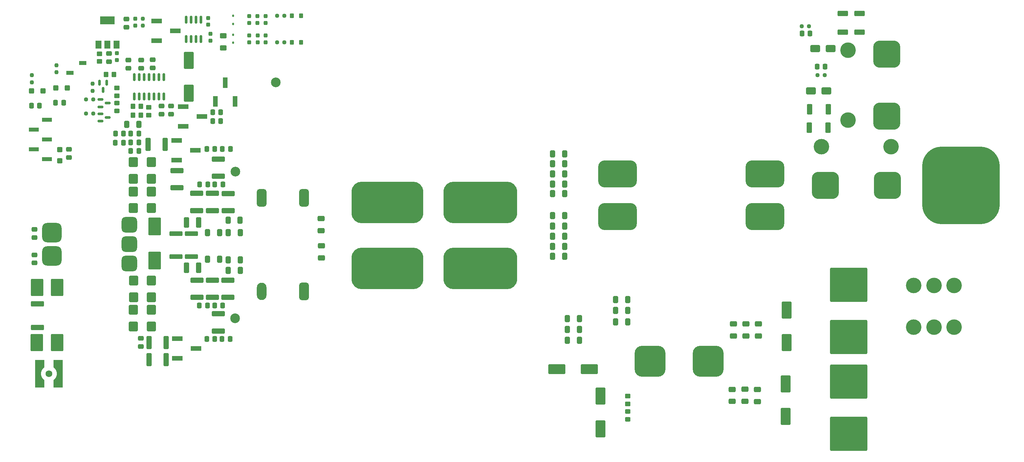
<source format=gbr>
%TF.GenerationSoftware,KiCad,Pcbnew,8.0.4-8.0.4-0~ubuntu22.04.1*%
%TF.CreationDate,2024-09-01T09:55:56+02:00*%
%TF.ProjectId,Forte_PA_Deck,466f7274-655f-4504-915f-4465636b2e6b,1.0*%
%TF.SameCoordinates,Original*%
%TF.FileFunction,Paste,Top*%
%TF.FilePolarity,Positive*%
%FSLAX46Y46*%
G04 Gerber Fmt 4.6, Leading zero omitted, Abs format (unit mm)*
G04 Created by KiCad (PCBNEW 8.0.4-8.0.4-0~ubuntu22.04.1) date 2024-09-01 09:55:56*
%MOMM*%
%LPD*%
G01*
G04 APERTURE LIST*
G04 Aperture macros list*
%AMRoundRect*
0 Rectangle with rounded corners*
0 $1 Rounding radius*
0 $2 $3 $4 $5 $6 $7 $8 $9 X,Y pos of 4 corners*
0 Add a 4 corners polygon primitive as box body*
4,1,4,$2,$3,$4,$5,$6,$7,$8,$9,$2,$3,0*
0 Add four circle primitives for the rounded corners*
1,1,$1+$1,$2,$3*
1,1,$1+$1,$4,$5*
1,1,$1+$1,$6,$7*
1,1,$1+$1,$8,$9*
0 Add four rect primitives between the rounded corners*
20,1,$1+$1,$2,$3,$4,$5,0*
20,1,$1+$1,$4,$5,$6,$7,0*
20,1,$1+$1,$6,$7,$8,$9,0*
20,1,$1+$1,$8,$9,$2,$3,0*%
%AMFreePoly0*
4,1,25,-1.500000,1.420000,-1.360000,1.280000,-1.205000,1.155000,-1.035000,1.045000,-0.860000,0.950000,-0.675000,0.875000,-0.480000,0.820000,-0.280000,0.780000,-0.085000,0.765000,0.085000,0.765000,0.280000,0.780000,0.480000,0.820000,0.675000,0.875000,0.860000,0.950000,1.035000,1.045000,1.205000,1.155000,1.360000,1.280000,1.500000,1.420000,1.645000,1.595000,3.555000,1.595000,
3.555000,-0.755000,-3.555000,-0.755000,-3.555000,1.595000,-1.645000,1.595000,-1.500000,1.420000,-1.500000,1.420000,$1*%
G04 Aperture macros list end*
%ADD10RoundRect,0.150000X-0.150000X0.587500X-0.150000X-0.587500X0.150000X-0.587500X0.150000X0.587500X0*%
%ADD11RoundRect,0.150000X-0.587500X-0.150000X0.587500X-0.150000X0.587500X0.150000X-0.587500X0.150000X0*%
%ADD12RoundRect,0.250000X0.625000X-0.400000X0.625000X0.400000X-0.625000X0.400000X-0.625000X-0.400000X0*%
%ADD13RoundRect,0.250000X-0.350000X-0.450000X0.350000X-0.450000X0.350000X0.450000X-0.350000X0.450000X0*%
%ADD14RoundRect,0.250000X-1.425000X0.362500X-1.425000X-0.362500X1.425000X-0.362500X1.425000X0.362500X0*%
%ADD15RoundRect,0.250000X0.900000X-1.000000X0.900000X1.000000X-0.900000X1.000000X-0.900000X-1.000000X0*%
%ADD16RoundRect,0.250000X-0.337500X-0.475000X0.337500X-0.475000X0.337500X0.475000X-0.337500X0.475000X0*%
%ADD17RoundRect,0.112500X-0.112500X0.187500X-0.112500X-0.187500X0.112500X-0.187500X0.112500X0.187500X0*%
%ADD18RoundRect,0.250000X0.337500X0.475000X-0.337500X0.475000X-0.337500X-0.475000X0.337500X-0.475000X0*%
%ADD19RoundRect,0.250000X-0.650000X0.412500X-0.650000X-0.412500X0.650000X-0.412500X0.650000X0.412500X0*%
%ADD20C,4.000000*%
%ADD21R,2.510000X1.000000*%
%ADD22R,2.790000X1.190000*%
%ADD23RoundRect,0.237500X-0.237500X0.300000X-0.237500X-0.300000X0.237500X-0.300000X0.237500X0.300000X0*%
%ADD24RoundRect,1.750000X-1.750000X-1.750000X1.750000X-1.750000X1.750000X1.750000X-1.750000X1.750000X0*%
%ADD25RoundRect,0.250000X-0.450000X0.350000X-0.450000X-0.350000X0.450000X-0.350000X0.450000X0.350000X0*%
%ADD26RoundRect,0.249999X0.450001X1.075001X-0.450001X1.075001X-0.450001X-1.075001X0.450001X-1.075001X0*%
%ADD27RoundRect,0.249999X1.425001X-0.450001X1.425001X0.450001X-1.425001X0.450001X-1.425001X-0.450001X0*%
%ADD28RoundRect,0.250000X1.950000X1.000000X-1.950000X1.000000X-1.950000X-1.000000X1.950000X-1.000000X0*%
%ADD29RoundRect,0.237500X-0.250000X-0.237500X0.250000X-0.237500X0.250000X0.237500X-0.250000X0.237500X0*%
%ADD30RoundRect,0.250000X-1.000000X1.950000X-1.000000X-1.950000X1.000000X-1.950000X1.000000X1.950000X0*%
%ADD31RoundRect,0.250000X-0.475000X0.337500X-0.475000X-0.337500X0.475000X-0.337500X0.475000X0.337500X0*%
%ADD32RoundRect,0.250000X0.400000X0.450000X-0.400000X0.450000X-0.400000X-0.450000X0.400000X-0.450000X0*%
%ADD33RoundRect,0.250000X-0.412500X-0.650000X0.412500X-0.650000X0.412500X0.650000X-0.412500X0.650000X0*%
%ADD34RoundRect,0.250000X-1.450000X0.400000X-1.450000X-0.400000X1.450000X-0.400000X1.450000X0.400000X0*%
%ADD35RoundRect,0.150000X0.150000X-0.825000X0.150000X0.825000X-0.150000X0.825000X-0.150000X-0.825000X0*%
%ADD36R,1.190000X2.790000*%
%ADD37RoundRect,0.250000X-1.000000X-0.650000X1.000000X-0.650000X1.000000X0.650000X-1.000000X0.650000X0*%
%ADD38C,2.500000*%
%ADD39RoundRect,0.250000X-1.350000X-1.975000X1.350000X-1.975000X1.350000X1.975000X-1.350000X1.975000X0*%
%ADD40RoundRect,0.250000X1.450000X-0.400000X1.450000X0.400000X-1.450000X0.400000X-1.450000X-0.400000X0*%
%ADD41R,1.500000X2.000000*%
%ADD42R,3.800000X2.000000*%
%ADD43RoundRect,0.250000X1.400000X2.000000X-1.400000X2.000000X-1.400000X-2.000000X1.400000X-2.000000X0*%
%ADD44RoundRect,0.625000X0.625000X1.625000X-0.625000X1.625000X-0.625000X-1.625000X0.625000X-1.625000X0*%
%ADD45O,2.500000X4.500000*%
%ADD46RoundRect,0.250000X-0.400000X-1.450000X0.400000X-1.450000X0.400000X1.450000X-0.400000X1.450000X0*%
%ADD47RoundRect,0.237500X0.237500X-0.300000X0.237500X0.300000X-0.237500X0.300000X-0.237500X-0.300000X0*%
%ADD48RoundRect,0.250000X0.650000X-0.412500X0.650000X0.412500X-0.650000X0.412500X-0.650000X-0.412500X0*%
%ADD49RoundRect,2.687500X-6.562500X2.687500X-6.562500X-2.687500X6.562500X-2.687500X6.562500X2.687500X0*%
%ADD50RoundRect,2.687500X-6.812500X2.687500X-6.812500X-2.687500X6.812500X-2.687500X6.812500X2.687500X0*%
%ADD51RoundRect,2.687500X6.562500X-2.687500X6.562500X2.687500X-6.562500X2.687500X-6.562500X-2.687500X0*%
%ADD52RoundRect,2.687500X6.812500X-2.687500X6.812500X2.687500X-6.812500X2.687500X-6.812500X-2.687500X0*%
%ADD53RoundRect,0.250000X0.412500X0.650000X-0.412500X0.650000X-0.412500X-0.650000X0.412500X-0.650000X0*%
%ADD54RoundRect,1.250000X-1.250000X-1.250000X1.250000X-1.250000X1.250000X1.250000X-1.250000X1.250000X0*%
%ADD55RoundRect,1.000000X-1.000000X-1.000000X1.000000X-1.000000X1.000000X1.000000X-1.000000X1.000000X0*%
%ADD56RoundRect,0.250000X-0.900000X1.000000X-0.900000X-1.000000X0.900000X-1.000000X0.900000X1.000000X0*%
%ADD57C,1.730000*%
%ADD58FreePoly0,270.000000*%
%ADD59FreePoly0,90.000000*%
%ADD60RoundRect,0.237500X0.250000X0.237500X-0.250000X0.237500X-0.250000X-0.237500X0.250000X-0.237500X0*%
%ADD61RoundRect,0.250000X1.000000X0.650000X-1.000000X0.650000X-1.000000X-0.650000X1.000000X-0.650000X0*%
%ADD62RoundRect,0.249999X-1.075001X0.450001X-1.075001X-0.450001X1.075001X-0.450001X1.075001X0.450001X0*%
%ADD63RoundRect,0.249999X4.550001X-4.150001X4.550001X4.150001X-4.550001X4.150001X-4.550001X-4.150001X0*%
%ADD64RoundRect,0.250000X0.475000X-0.337500X0.475000X0.337500X-0.475000X0.337500X-0.475000X-0.337500X0*%
%ADD65RoundRect,1.750000X-1.750000X1.750000X-1.750000X-1.750000X1.750000X-1.750000X1.750000X1.750000X0*%
%ADD66RoundRect,0.250000X0.275000X0.350000X-0.275000X0.350000X-0.275000X-0.350000X0.275000X-0.350000X0*%
%ADD67RoundRect,0.250000X-0.412500X-1.100000X0.412500X-1.100000X0.412500X1.100000X-0.412500X1.100000X0*%
%ADD68RoundRect,0.237500X-0.237500X0.250000X-0.237500X-0.250000X0.237500X-0.250000X0.237500X0.250000X0*%
%ADD69RoundRect,0.250000X1.000000X-1.950000X1.000000X1.950000X-1.000000X1.950000X-1.000000X-1.950000X0*%
%ADD70RoundRect,0.250000X0.400000X1.450000X-0.400000X1.450000X-0.400000X-1.450000X0.400000X-1.450000X0*%
%ADD71RoundRect,2.000000X2.000000X2.000000X-2.000000X2.000000X-2.000000X-2.000000X2.000000X-2.000000X0*%
%ADD72R,1.900000X1.000000*%
%ADD73RoundRect,0.250000X0.450000X-0.400000X0.450000X0.400000X-0.450000X0.400000X-0.450000X-0.400000X0*%
%ADD74RoundRect,0.625000X-0.625000X-1.625000X0.625000X-1.625000X0.625000X1.625000X-0.625000X1.625000X0*%
%ADD75RoundRect,0.250000X0.450000X-0.350000X0.450000X0.350000X-0.450000X0.350000X-0.450000X-0.350000X0*%
%ADD76RoundRect,1.500000X-1.500000X-2.000000X1.500000X-2.000000X1.500000X2.000000X-1.500000X2.000000X0*%
%ADD77RoundRect,5.000000X-5.000000X-5.000000X5.000000X-5.000000X5.000000X5.000000X-5.000000X5.000000X0*%
%ADD78RoundRect,0.112500X0.112500X-0.187500X0.112500X0.187500X-0.112500X0.187500X-0.112500X-0.187500X0*%
%ADD79RoundRect,0.250000X0.450000X-0.325000X0.450000X0.325000X-0.450000X0.325000X-0.450000X-0.325000X0*%
%ADD80RoundRect,0.249999X-4.550001X4.150001X-4.550001X-4.150001X4.550001X-4.150001X4.550001X4.150001X0*%
%ADD81RoundRect,1.750000X-3.250000X1.750000X-3.250000X-1.750000X3.250000X-1.750000X3.250000X1.750000X0*%
G04 APERTURE END LIST*
D10*
%TO.C,Q5*%
X48650000Y-54100000D03*
X46750000Y-54100000D03*
X47700000Y-55975000D03*
%TD*%
D11*
%TO.C,Q4*%
X47025000Y-62150000D03*
X47025000Y-64050000D03*
X48900000Y-63100000D03*
%TD*%
%TO.C,Q3*%
X47025000Y-58450000D03*
X47025000Y-60350000D03*
X48900000Y-59400000D03*
%TD*%
D12*
%TO.C,R20*%
X78700000Y-45150000D03*
X78700000Y-42050000D03*
%TD*%
D13*
%TO.C,R33*%
X55450000Y-62500000D03*
X57450000Y-62500000D03*
%TD*%
D14*
%TO.C,R5*%
X66500000Y-93037500D03*
X66500000Y-98962500D03*
%TD*%
D15*
%TO.C,D7*%
X60150000Y-86500000D03*
X60150000Y-82200000D03*
%TD*%
D16*
%TO.C,R39*%
X78462500Y-71250000D03*
X80537500Y-71250000D03*
%TD*%
D17*
%TO.C,D16*%
X81229200Y-36872200D03*
X81229200Y-38972200D03*
%TD*%
D18*
%TO.C,C43*%
X230018500Y-41452800D03*
X227943500Y-41452800D03*
%TD*%
D19*
%TO.C,R6*%
X216450000Y-133287500D03*
X216450000Y-136412500D03*
%TD*%
D20*
%TO.C,J3*%
X256790000Y-106400000D03*
X256790000Y-117200000D03*
X262000000Y-106400000D03*
X262000000Y-117200000D03*
X267210000Y-106400000D03*
X267210000Y-117200000D03*
%TD*%
D21*
%TO.C,J5*%
X33200000Y-73870000D03*
X29890000Y-71330000D03*
X33200000Y-68790000D03*
X29890000Y-66250000D03*
X33200000Y-63710000D03*
%TD*%
D22*
%TO.C,RV5*%
X66870000Y-120160000D03*
X71700000Y-122700000D03*
X66870000Y-125240000D03*
%TD*%
D23*
%TO.C,C45*%
X75400000Y-41537500D03*
X75400000Y-43262500D03*
%TD*%
%TO.C,C51*%
X89662000Y-36959200D03*
X89662000Y-38684200D03*
%TD*%
D24*
%TO.C,L5*%
X249850000Y-62750000D03*
X249850000Y-46750000D03*
D20*
X239850000Y-45750000D03*
X239850000Y-63750000D03*
%TD*%
D25*
%TO.C,R34*%
X59475000Y-60500000D03*
X59475000Y-62500000D03*
%TD*%
D18*
%TO.C,C65*%
X52987500Y-67250000D03*
X50912500Y-67250000D03*
%TD*%
D26*
%TO.C,R21*%
X234650000Y-65750000D03*
X229850000Y-65750000D03*
%TD*%
D27*
%TO.C,R2*%
X30750000Y-117250000D03*
X30750000Y-111150000D03*
%TD*%
D28*
%TO.C,C10*%
X173150000Y-128000000D03*
X164750000Y-128000000D03*
%TD*%
D29*
%TO.C,R25*%
X92612200Y-36856500D03*
X94437200Y-36856500D03*
%TD*%
D30*
%TO.C,C53*%
X69800000Y-48400000D03*
X69800000Y-56800000D03*
%TD*%
D31*
%TO.C,C39*%
X49250000Y-46612500D03*
X49250000Y-48687500D03*
%TD*%
D32*
%TO.C,D12*%
X32200000Y-56250000D03*
X29300000Y-56250000D03*
%TD*%
D33*
%TO.C,C28*%
X163635000Y-77620000D03*
X166760000Y-77620000D03*
%TD*%
D34*
%TO.C,R41*%
X77450000Y-73825000D03*
X77450000Y-78275000D03*
%TD*%
D35*
%TO.C,U3*%
X55800000Y-57650000D03*
X57070000Y-57650000D03*
X58340000Y-57650000D03*
X59610000Y-57650000D03*
X60880000Y-57650000D03*
X62150000Y-57650000D03*
X63420000Y-57650000D03*
X63420000Y-52700000D03*
X62150000Y-52700000D03*
X60880000Y-52700000D03*
X59610000Y-52700000D03*
X58340000Y-52700000D03*
X57070000Y-52700000D03*
X55800000Y-52700000D03*
%TD*%
D16*
%TO.C,C61*%
X75962500Y-61750000D03*
X78037500Y-61750000D03*
%TD*%
D34*
%TO.C,R43*%
X75900000Y-82675000D03*
X75900000Y-87125000D03*
%TD*%
D33*
%TO.C,C20*%
X179882500Y-110100000D03*
X183007500Y-110100000D03*
%TD*%
D18*
%TO.C,C64*%
X52950000Y-69575000D03*
X50875000Y-69575000D03*
%TD*%
D32*
%TO.C,D13*%
X38450000Y-55500000D03*
X35550000Y-55500000D03*
%TD*%
D36*
%TO.C,RV3*%
X76660000Y-58915000D03*
X79200000Y-54085000D03*
X81740000Y-58915000D03*
%TD*%
D22*
%TO.C,RV4*%
X66650000Y-69020000D03*
X71480000Y-71560000D03*
X66650000Y-74100000D03*
%TD*%
D37*
%TO.C,D14*%
X231325000Y-45300000D03*
X235325000Y-45300000D03*
%TD*%
D38*
%TO.C,TH1*%
X92210000Y-54000000D03*
%TD*%
D39*
%TO.C,R3*%
X30674000Y-106934000D03*
X35874000Y-106934000D03*
%TD*%
D33*
%TO.C,C29*%
X163637500Y-82750000D03*
X166762500Y-82750000D03*
%TD*%
D40*
%TO.C,R47*%
X75900000Y-109525000D03*
X75900000Y-105075000D03*
%TD*%
D41*
%TO.C,U1*%
X46550000Y-44325000D03*
X48850000Y-44325000D03*
D42*
X48850000Y-38025000D03*
D41*
X51150000Y-44325000D03*
%TD*%
D35*
%TO.C,U2*%
X69140000Y-42825000D03*
X70410000Y-42825000D03*
X71680000Y-42825000D03*
X72950000Y-42825000D03*
X72950000Y-37875000D03*
X71680000Y-37875000D03*
X70410000Y-37875000D03*
X69140000Y-37875000D03*
%TD*%
D22*
%TO.C,RV2*%
X68335000Y-60300000D03*
X73165000Y-62840000D03*
X68335000Y-65380000D03*
%TD*%
D33*
%TO.C,R10*%
X79987500Y-99800000D03*
X83112500Y-99800000D03*
%TD*%
D38*
%TO.C,TH3*%
X81750000Y-114900000D03*
%TD*%
D15*
%TO.C,D8*%
X60200000Y-109450000D03*
X60200000Y-105150000D03*
%TD*%
D33*
%TO.C,C30*%
X163637500Y-80250000D03*
X166762500Y-80250000D03*
%TD*%
D43*
%TO.C,D5*%
X61000000Y-100000000D03*
X61000000Y-91200000D03*
%TD*%
D33*
%TO.C,C26*%
X163637500Y-72500000D03*
X166762500Y-72500000D03*
%TD*%
D15*
%TO.C,D1*%
X55500000Y-78900000D03*
X55500000Y-74600000D03*
%TD*%
D44*
%TO.C,Q2*%
X99500000Y-108000000D03*
D45*
X88600000Y-108000000D03*
%TD*%
D46*
%TO.C,R35*%
X59290000Y-70060000D03*
X63740000Y-70060000D03*
%TD*%
D33*
%TO.C,C60*%
X53834900Y-64897000D03*
X56959900Y-64897000D03*
%TD*%
D13*
%TO.C,R31*%
X48500000Y-52000000D03*
X50500000Y-52000000D03*
%TD*%
D16*
%TO.C,C72*%
X76512500Y-80375000D03*
X78587500Y-80375000D03*
%TD*%
D33*
%TO.C,R9*%
X79987500Y-102550000D03*
X83112500Y-102550000D03*
%TD*%
D31*
%TO.C,C2*%
X30000000Y-91962500D03*
X30000000Y-94037500D03*
%TD*%
D30*
%TO.C,C8*%
X176000000Y-135000000D03*
X176000000Y-143400000D03*
%TD*%
D47*
%TO.C,C48*%
X85369400Y-43662600D03*
X85369400Y-41937600D03*
%TD*%
D40*
%TO.C,R42*%
X77400000Y-118175000D03*
X77400000Y-113725000D03*
%TD*%
D16*
%TO.C,C69*%
X78400000Y-120200000D03*
X80475000Y-120200000D03*
%TD*%
D48*
%TO.C,C23*%
X210300000Y-119462500D03*
X210300000Y-116337500D03*
%TD*%
D47*
%TO.C,C50*%
X87558400Y-43662600D03*
X87558400Y-41937600D03*
%TD*%
D49*
%TO.C,T1*%
X121000000Y-85000000D03*
D50*
X145000000Y-85000000D03*
D51*
X121000000Y-102000000D03*
D52*
X145000000Y-102000000D03*
%TD*%
D53*
%TO.C,C18*%
X170562500Y-115000000D03*
X167437500Y-115000000D03*
%TD*%
D54*
%TO.C,L1*%
X34500000Y-98787500D03*
D55*
X54500000Y-95787500D03*
D54*
X34500000Y-92787500D03*
D55*
X54500000Y-90787500D03*
X54500000Y-100787500D03*
%TD*%
D56*
%TO.C,D2*%
X55500000Y-82200000D03*
X55500000Y-86500000D03*
%TD*%
D47*
%TO.C,C52*%
X89636600Y-43686900D03*
X89636600Y-41961900D03*
%TD*%
D33*
%TO.C,R7*%
X79937500Y-89550000D03*
X83062500Y-89550000D03*
%TD*%
D40*
%TO.C,R48*%
X79900000Y-109525000D03*
X79900000Y-105075000D03*
%TD*%
D57*
%TO.C,J1*%
X33775000Y-129175000D03*
D58*
X30975000Y-129175000D03*
D59*
X36575000Y-129175000D03*
%TD*%
D23*
%TO.C,C49*%
X87528400Y-36959200D03*
X87528400Y-38684200D03*
%TD*%
D56*
%TO.C,D9*%
X60200000Y-112700000D03*
X60200000Y-117000000D03*
%TD*%
D34*
%TO.C,R45*%
X79950000Y-82700000D03*
X79950000Y-87150000D03*
%TD*%
D33*
%TO.C,C31*%
X163637500Y-98900000D03*
X166762500Y-98900000D03*
%TD*%
D25*
%TO.C,R13*%
X183000000Y-135000000D03*
X183000000Y-137000000D03*
%TD*%
D60*
%TO.C,R19*%
X229715700Y-39547800D03*
X227890700Y-39547800D03*
%TD*%
D53*
%TO.C,C14*%
X170562500Y-120550000D03*
X167437500Y-120550000D03*
%TD*%
D16*
%TO.C,C63*%
X54837500Y-69500000D03*
X56912500Y-69500000D03*
%TD*%
D30*
%TO.C,C15*%
X223750000Y-131800000D03*
X223750000Y-140200000D03*
%TD*%
D61*
%TO.C,D15*%
X234225000Y-56250000D03*
X230225000Y-56250000D03*
%TD*%
D23*
%TO.C,C40*%
X51250000Y-46537500D03*
X51250000Y-48262500D03*
%TD*%
D60*
%TO.C,R24*%
X233812500Y-52200000D03*
X231987500Y-52200000D03*
%TD*%
D19*
%TO.C,C25*%
X209950000Y-133237500D03*
X209950000Y-136362500D03*
%TD*%
D62*
%TO.C,R18*%
X238475000Y-36275000D03*
X238475000Y-41075000D03*
%TD*%
D16*
%TO.C,C37*%
X29237500Y-60000000D03*
X31312500Y-60000000D03*
%TD*%
D33*
%TO.C,C22*%
X179875000Y-112900000D03*
X183000000Y-112900000D03*
%TD*%
D63*
%TO.C,C7*%
X240000000Y-119750000D03*
X240000000Y-106250000D03*
%TD*%
D22*
%TO.C,RV1*%
X61495000Y-38160000D03*
X66325000Y-40700000D03*
X61495000Y-43240000D03*
%TD*%
D39*
%TO.C,R1*%
X30650000Y-121158000D03*
X35850000Y-121158000D03*
%TD*%
D48*
%TO.C,C21*%
X213500000Y-119467500D03*
X213500000Y-116342500D03*
%TD*%
D25*
%TO.C,R30*%
X51250000Y-55500000D03*
X51250000Y-57500000D03*
%TD*%
D64*
%TO.C,C54*%
X54250000Y-50350000D03*
X54250000Y-48275000D03*
%TD*%
D62*
%TO.C,R17*%
X242750000Y-36275000D03*
X242750000Y-41075000D03*
%TD*%
D31*
%TO.C,C58*%
X62750000Y-60162500D03*
X62750000Y-62237500D03*
%TD*%
D18*
%TO.C,R40*%
X76537500Y-120200000D03*
X74462500Y-120200000D03*
%TD*%
D65*
%TO.C,L6*%
X233950000Y-80600000D03*
X249950000Y-80600000D03*
D20*
X250950000Y-70600000D03*
X232950000Y-70600000D03*
%TD*%
D66*
%TO.C,L8*%
X98736800Y-43689100D03*
X96436800Y-43689100D03*
%TD*%
D15*
%TO.C,D4*%
X55500000Y-117000000D03*
X55500000Y-112700000D03*
%TD*%
D18*
%TO.C,C68*%
X76537500Y-71250000D03*
X74462500Y-71250000D03*
%TD*%
D48*
%TO.C,C12*%
X104000000Y-99312500D03*
X104000000Y-96187500D03*
%TD*%
D67*
%TO.C,C4*%
X69187500Y-101850000D03*
X72312500Y-101850000D03*
%TD*%
D18*
%TO.C,C44*%
X233937500Y-49950000D03*
X231862500Y-49950000D03*
%TD*%
D68*
%TO.C,R29*%
X45000000Y-54387500D03*
X45000000Y-56212500D03*
%TD*%
D69*
%TO.C,C13*%
X224000000Y-121200000D03*
X224000000Y-112800000D03*
%TD*%
D70*
%TO.C,R38*%
X64010000Y-125550000D03*
X59560000Y-125550000D03*
%TD*%
D31*
%TO.C,C66*%
X57435000Y-120112500D03*
X57435000Y-122187500D03*
%TD*%
D26*
%TO.C,R22*%
X234725000Y-61000000D03*
X229925000Y-61000000D03*
%TD*%
D33*
%TO.C,C35*%
X163637500Y-96350000D03*
X166762500Y-96350000D03*
%TD*%
D67*
%TO.C,C3*%
X69187500Y-90150000D03*
X72312500Y-90150000D03*
%TD*%
D71*
%TO.C,L2*%
X203750000Y-126000000D03*
X188750000Y-126000000D03*
%TD*%
D56*
%TO.C,D3*%
X55550000Y-105150000D03*
X55550000Y-109450000D03*
%TD*%
D68*
%TO.C,R23*%
X58000000Y-37587500D03*
X58000000Y-39412500D03*
%TD*%
D48*
%TO.C,C19*%
X216700000Y-119462500D03*
X216700000Y-116337500D03*
%TD*%
D72*
%TO.C,J2*%
X42500000Y-49000000D03*
X39200000Y-51540000D03*
%TD*%
D64*
%TO.C,C56*%
X60500000Y-50287500D03*
X60500000Y-48212500D03*
%TD*%
D56*
%TO.C,D6*%
X60200000Y-74600000D03*
X60200000Y-78900000D03*
%TD*%
D31*
%TO.C,C57*%
X65250000Y-60162500D03*
X65250000Y-62237500D03*
%TD*%
D33*
%TO.C,C32*%
X163637500Y-88400000D03*
X166762500Y-88400000D03*
%TD*%
D19*
%TO.C,C17*%
X213200000Y-133232500D03*
X213200000Y-136357500D03*
%TD*%
D13*
%TO.C,R32*%
X57450000Y-60250000D03*
X55450000Y-60250000D03*
%TD*%
D73*
%TO.C,D11*%
X36575000Y-74250000D03*
X36575000Y-71350000D03*
%TD*%
D14*
%TO.C,R4*%
X70500000Y-93037500D03*
X70500000Y-98962500D03*
%TD*%
D74*
%TO.C,Q1*%
X88600000Y-83800000D03*
X99500000Y-83800000D03*
%TD*%
D34*
%TO.C,R44*%
X71850000Y-82650000D03*
X71850000Y-87100000D03*
%TD*%
D33*
%TO.C,C34*%
X163637500Y-93750000D03*
X166762500Y-93750000D03*
%TD*%
D29*
%TO.C,R27*%
X43337500Y-58450000D03*
X45162500Y-58450000D03*
%TD*%
D40*
%TO.C,R46*%
X71900000Y-109525000D03*
X71900000Y-105075000D03*
%TD*%
D38*
%TO.C,TH2*%
X81800000Y-77100000D03*
%TD*%
D64*
%TO.C,C1*%
X30000000Y-100637500D03*
X30000000Y-98562500D03*
%TD*%
D16*
%TO.C,C73*%
X76462500Y-111600000D03*
X78537500Y-111600000D03*
%TD*%
D75*
%TO.C,R16*%
X46750000Y-48650000D03*
X46750000Y-46650000D03*
%TD*%
D76*
%TO.C,J6*%
X249950000Y-80650000D03*
D77*
X268950000Y-80650000D03*
%TD*%
D16*
%TO.C,C38*%
X35462500Y-59250000D03*
X37537500Y-59250000D03*
%TD*%
D68*
%TO.C,R14*%
X29325000Y-52175000D03*
X29325000Y-54000000D03*
%TD*%
D33*
%TO.C,R8*%
X79950000Y-92800000D03*
X83075000Y-92800000D03*
%TD*%
D53*
%TO.C,C5*%
X74637500Y-92800000D03*
X77762500Y-92800000D03*
%TD*%
D33*
%TO.C,C24*%
X179882500Y-115800000D03*
X183007500Y-115800000D03*
%TD*%
D18*
%TO.C,C70*%
X74687500Y-80375000D03*
X72612500Y-80375000D03*
%TD*%
D29*
%TO.C,R28*%
X43337500Y-62100000D03*
X45162500Y-62100000D03*
%TD*%
D48*
%TO.C,C11*%
X103900000Y-92312500D03*
X103900000Y-89187500D03*
%TD*%
D16*
%TO.C,C62*%
X54850000Y-67275000D03*
X56925000Y-67275000D03*
%TD*%
D33*
%TO.C,C33*%
X163637500Y-91100000D03*
X166762500Y-91100000D03*
%TD*%
D23*
%TO.C,C46*%
X74803000Y-37440700D03*
X74803000Y-39165700D03*
%TD*%
D31*
%TO.C,C41*%
X53750000Y-37712500D03*
X53750000Y-39787500D03*
%TD*%
D66*
%TO.C,L7*%
X98736800Y-36856500D03*
X96436800Y-36856500D03*
%TD*%
D23*
%TO.C,C42*%
X56000000Y-37637500D03*
X56000000Y-39362500D03*
%TD*%
D64*
%TO.C,C55*%
X57500000Y-50350000D03*
X57500000Y-48275000D03*
%TD*%
D33*
%TO.C,C27*%
X163635000Y-75000000D03*
X166760000Y-75000000D03*
%TD*%
D53*
%TO.C,C6*%
X77762500Y-99700000D03*
X74637500Y-99700000D03*
%TD*%
D78*
%TO.C,D17*%
X81229200Y-43823600D03*
X81229200Y-41723600D03*
%TD*%
D23*
%TO.C,C47*%
X85394800Y-36959200D03*
X85394800Y-38684200D03*
%TD*%
D18*
%TO.C,C67*%
X56937500Y-71750000D03*
X54862500Y-71750000D03*
%TD*%
D31*
%TO.C,C36*%
X38925000Y-71312500D03*
X38925000Y-73387500D03*
%TD*%
D34*
%TO.C,R36*%
X66750000Y-76775000D03*
X66750000Y-81225000D03*
%TD*%
D18*
%TO.C,C71*%
X74637500Y-111600000D03*
X72562500Y-111600000D03*
%TD*%
D68*
%TO.C,R15*%
X35687500Y-49587500D03*
X35687500Y-51412500D03*
%TD*%
D79*
%TO.C,D10*%
X183000000Y-141025000D03*
X183000000Y-138975000D03*
%TD*%
D53*
%TO.C,C16*%
X170562500Y-117800000D03*
X167437500Y-117800000D03*
%TD*%
D29*
%TO.C,R26*%
X92612200Y-43689100D03*
X94437200Y-43689100D03*
%TD*%
D79*
%TO.C,D18*%
X51250000Y-61425000D03*
X51250000Y-59375000D03*
%TD*%
D80*
%TO.C,C9*%
X240000000Y-131250000D03*
X240000000Y-144750000D03*
%TD*%
D81*
%TO.C,L4*%
X218400000Y-77650000D03*
X180400000Y-77650000D03*
X218400000Y-88650000D03*
X180400000Y-88650000D03*
%TD*%
D46*
%TO.C,R37*%
X59560000Y-121200000D03*
X64010000Y-121200000D03*
%TD*%
D16*
%TO.C,C59*%
X75962500Y-64050000D03*
X78037500Y-64050000D03*
%TD*%
M02*

</source>
